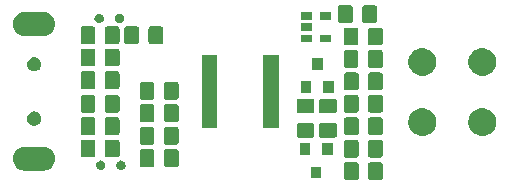
<source format=gbr>
G04 #@! TF.GenerationSoftware,KiCad,Pcbnew,(5.1.4)-1*
G04 #@! TF.CreationDate,2020-10-02T20:13:28+02:00*
G04 #@! TF.ProjectId,Long range deauther,4c6f6e67-2072-4616-9e67-652064656175,rev?*
G04 #@! TF.SameCoordinates,Original*
G04 #@! TF.FileFunction,Soldermask,Bot*
G04 #@! TF.FilePolarity,Negative*
%FSLAX46Y46*%
G04 Gerber Fmt 4.6, Leading zero omitted, Abs format (unit mm)*
G04 Created by KiCad (PCBNEW (5.1.4)-1) date 2020-10-02 20:13:28*
%MOMM*%
%LPD*%
G04 APERTURE LIST*
%ADD10C,0.100000*%
G04 APERTURE END LIST*
D10*
G36*
X157948674Y-88963465D02*
G01*
X157986367Y-88974899D01*
X158021103Y-88993466D01*
X158051548Y-89018452D01*
X158076534Y-89048897D01*
X158095101Y-89083633D01*
X158106535Y-89121326D01*
X158111000Y-89166661D01*
X158111000Y-90253339D01*
X158106535Y-90298674D01*
X158095101Y-90336367D01*
X158076534Y-90371103D01*
X158051548Y-90401548D01*
X158021103Y-90426534D01*
X157986367Y-90445101D01*
X157948674Y-90456535D01*
X157903339Y-90461000D01*
X157066661Y-90461000D01*
X157021326Y-90456535D01*
X156983633Y-90445101D01*
X156948897Y-90426534D01*
X156918452Y-90401548D01*
X156893466Y-90371103D01*
X156874899Y-90336367D01*
X156863465Y-90298674D01*
X156859000Y-90253339D01*
X156859000Y-89166661D01*
X156863465Y-89121326D01*
X156874899Y-89083633D01*
X156893466Y-89048897D01*
X156918452Y-89018452D01*
X156948897Y-88993466D01*
X156983633Y-88974899D01*
X157021326Y-88963465D01*
X157066661Y-88959000D01*
X157903339Y-88959000D01*
X157948674Y-88963465D01*
X157948674Y-88963465D01*
G37*
G36*
X155898674Y-88963465D02*
G01*
X155936367Y-88974899D01*
X155971103Y-88993466D01*
X156001548Y-89018452D01*
X156026534Y-89048897D01*
X156045101Y-89083633D01*
X156056535Y-89121326D01*
X156061000Y-89166661D01*
X156061000Y-90253339D01*
X156056535Y-90298674D01*
X156045101Y-90336367D01*
X156026534Y-90371103D01*
X156001548Y-90401548D01*
X155971103Y-90426534D01*
X155936367Y-90445101D01*
X155898674Y-90456535D01*
X155853339Y-90461000D01*
X155016661Y-90461000D01*
X154971326Y-90456535D01*
X154933633Y-90445101D01*
X154898897Y-90426534D01*
X154868452Y-90401548D01*
X154843466Y-90371103D01*
X154824899Y-90336367D01*
X154813465Y-90298674D01*
X154809000Y-90253339D01*
X154809000Y-89166661D01*
X154813465Y-89121326D01*
X154824899Y-89083633D01*
X154843466Y-89048897D01*
X154868452Y-89018452D01*
X154898897Y-88993466D01*
X154933633Y-88974899D01*
X154971326Y-88963465D01*
X155016661Y-88959000D01*
X155853339Y-88959000D01*
X155898674Y-88963465D01*
X155898674Y-88963465D01*
G37*
G36*
X152911000Y-90321000D02*
G01*
X152009000Y-90321000D01*
X152009000Y-89319000D01*
X152911000Y-89319000D01*
X152911000Y-90321000D01*
X152911000Y-90321000D01*
G37*
G36*
X129577468Y-87669883D02*
G01*
X129766162Y-87727123D01*
X129940055Y-87820071D01*
X130092479Y-87945161D01*
X130217569Y-88097585D01*
X130310517Y-88271478D01*
X130367757Y-88460172D01*
X130387083Y-88656400D01*
X130367757Y-88852628D01*
X130310517Y-89041322D01*
X130217569Y-89215215D01*
X130092479Y-89367639D01*
X129940055Y-89492729D01*
X129766162Y-89585677D01*
X129577468Y-89642917D01*
X129430415Y-89657400D01*
X127732065Y-89657400D01*
X127585012Y-89642917D01*
X127396318Y-89585677D01*
X127222425Y-89492729D01*
X127070001Y-89367639D01*
X126944911Y-89215215D01*
X126851963Y-89041322D01*
X126794723Y-88852628D01*
X126775397Y-88656400D01*
X126794723Y-88460172D01*
X126851963Y-88271478D01*
X126944911Y-88097585D01*
X127070001Y-87945161D01*
X127222425Y-87820071D01*
X127396318Y-87727123D01*
X127585012Y-87669883D01*
X127732065Y-87655400D01*
X129430415Y-87655400D01*
X129577468Y-87669883D01*
X129577468Y-87669883D01*
G37*
G36*
X134308231Y-88816705D02*
G01*
X134346967Y-88824410D01*
X134377195Y-88836931D01*
X134419944Y-88854638D01*
X134485622Y-88898523D01*
X134541477Y-88954378D01*
X134585362Y-89020056D01*
X134597308Y-89048897D01*
X134613848Y-89088827D01*
X134615590Y-89093034D01*
X134630236Y-89166661D01*
X134631000Y-89170505D01*
X134631000Y-89249495D01*
X134615590Y-89326967D01*
X134603659Y-89355770D01*
X134585362Y-89399944D01*
X134541477Y-89465622D01*
X134485622Y-89521477D01*
X134419944Y-89565362D01*
X134377195Y-89583069D01*
X134346967Y-89595590D01*
X134308231Y-89603295D01*
X134269496Y-89611000D01*
X134190504Y-89611000D01*
X134151769Y-89603295D01*
X134113033Y-89595590D01*
X134082805Y-89583069D01*
X134040056Y-89565362D01*
X133974378Y-89521477D01*
X133918523Y-89465622D01*
X133874638Y-89399944D01*
X133856341Y-89355770D01*
X133844410Y-89326967D01*
X133829000Y-89249495D01*
X133829000Y-89170505D01*
X133829765Y-89166661D01*
X133844410Y-89093034D01*
X133846153Y-89088827D01*
X133862692Y-89048897D01*
X133874638Y-89020056D01*
X133918523Y-88954378D01*
X133974378Y-88898523D01*
X134040056Y-88854638D01*
X134082805Y-88836931D01*
X134113033Y-88824410D01*
X134151769Y-88816705D01*
X134190504Y-88809000D01*
X134269496Y-88809000D01*
X134308231Y-88816705D01*
X134308231Y-88816705D01*
G37*
G36*
X136008231Y-88816705D02*
G01*
X136046967Y-88824410D01*
X136077195Y-88836931D01*
X136119944Y-88854638D01*
X136185622Y-88898523D01*
X136241477Y-88954378D01*
X136285362Y-89020056D01*
X136297308Y-89048897D01*
X136313848Y-89088827D01*
X136315590Y-89093034D01*
X136330236Y-89166661D01*
X136331000Y-89170505D01*
X136331000Y-89249495D01*
X136315590Y-89326967D01*
X136303659Y-89355770D01*
X136285362Y-89399944D01*
X136241477Y-89465622D01*
X136185622Y-89521477D01*
X136119944Y-89565362D01*
X136077195Y-89583069D01*
X136046967Y-89595590D01*
X136008231Y-89603295D01*
X135969496Y-89611000D01*
X135890504Y-89611000D01*
X135851769Y-89603295D01*
X135813033Y-89595590D01*
X135782805Y-89583069D01*
X135740056Y-89565362D01*
X135674378Y-89521477D01*
X135618523Y-89465622D01*
X135574638Y-89399944D01*
X135556341Y-89355770D01*
X135544410Y-89326967D01*
X135529000Y-89249495D01*
X135529000Y-89170505D01*
X135529765Y-89166661D01*
X135544410Y-89093034D01*
X135546153Y-89088827D01*
X135562692Y-89048897D01*
X135574638Y-89020056D01*
X135618523Y-88954378D01*
X135674378Y-88898523D01*
X135740056Y-88854638D01*
X135782805Y-88836931D01*
X135813033Y-88824410D01*
X135851769Y-88816705D01*
X135890504Y-88809000D01*
X135969496Y-88809000D01*
X136008231Y-88816705D01*
X136008231Y-88816705D01*
G37*
G36*
X140658674Y-87863465D02*
G01*
X140696367Y-87874899D01*
X140731103Y-87893466D01*
X140761548Y-87918452D01*
X140786534Y-87948897D01*
X140805101Y-87983633D01*
X140816535Y-88021326D01*
X140821000Y-88066661D01*
X140821000Y-89153339D01*
X140816535Y-89198674D01*
X140805101Y-89236367D01*
X140786534Y-89271103D01*
X140761548Y-89301548D01*
X140731103Y-89326534D01*
X140696367Y-89345101D01*
X140658674Y-89356535D01*
X140613339Y-89361000D01*
X139776661Y-89361000D01*
X139731326Y-89356535D01*
X139693633Y-89345101D01*
X139658897Y-89326534D01*
X139628452Y-89301548D01*
X139603466Y-89271103D01*
X139584899Y-89236367D01*
X139573465Y-89198674D01*
X139569000Y-89153339D01*
X139569000Y-88066661D01*
X139573465Y-88021326D01*
X139584899Y-87983633D01*
X139603466Y-87948897D01*
X139628452Y-87918452D01*
X139658897Y-87893466D01*
X139693633Y-87874899D01*
X139731326Y-87863465D01*
X139776661Y-87859000D01*
X140613339Y-87859000D01*
X140658674Y-87863465D01*
X140658674Y-87863465D01*
G37*
G36*
X138608674Y-87863465D02*
G01*
X138646367Y-87874899D01*
X138681103Y-87893466D01*
X138711548Y-87918452D01*
X138736534Y-87948897D01*
X138755101Y-87983633D01*
X138766535Y-88021326D01*
X138771000Y-88066661D01*
X138771000Y-89153339D01*
X138766535Y-89198674D01*
X138755101Y-89236367D01*
X138736534Y-89271103D01*
X138711548Y-89301548D01*
X138681103Y-89326534D01*
X138646367Y-89345101D01*
X138608674Y-89356535D01*
X138563339Y-89361000D01*
X137726661Y-89361000D01*
X137681326Y-89356535D01*
X137643633Y-89345101D01*
X137608897Y-89326534D01*
X137578452Y-89301548D01*
X137553466Y-89271103D01*
X137534899Y-89236367D01*
X137523465Y-89198674D01*
X137519000Y-89153339D01*
X137519000Y-88066661D01*
X137523465Y-88021326D01*
X137534899Y-87983633D01*
X137553466Y-87948897D01*
X137578452Y-87918452D01*
X137608897Y-87893466D01*
X137643633Y-87874899D01*
X137681326Y-87863465D01*
X137726661Y-87859000D01*
X138563339Y-87859000D01*
X138608674Y-87863465D01*
X138608674Y-87863465D01*
G37*
G36*
X157948674Y-87063465D02*
G01*
X157986367Y-87074899D01*
X158021103Y-87093466D01*
X158051548Y-87118452D01*
X158076534Y-87148897D01*
X158095101Y-87183633D01*
X158106535Y-87221326D01*
X158111000Y-87266661D01*
X158111000Y-88353339D01*
X158106535Y-88398674D01*
X158095101Y-88436367D01*
X158076534Y-88471103D01*
X158051548Y-88501548D01*
X158021103Y-88526534D01*
X157986367Y-88545101D01*
X157948674Y-88556535D01*
X157903339Y-88561000D01*
X157066661Y-88561000D01*
X157021326Y-88556535D01*
X156983633Y-88545101D01*
X156948897Y-88526534D01*
X156918452Y-88501548D01*
X156893466Y-88471103D01*
X156874899Y-88436367D01*
X156863465Y-88398674D01*
X156859000Y-88353339D01*
X156859000Y-87266661D01*
X156863465Y-87221326D01*
X156874899Y-87183633D01*
X156893466Y-87148897D01*
X156918452Y-87118452D01*
X156948897Y-87093466D01*
X156983633Y-87074899D01*
X157021326Y-87063465D01*
X157066661Y-87059000D01*
X157903339Y-87059000D01*
X157948674Y-87063465D01*
X157948674Y-87063465D01*
G37*
G36*
X155898674Y-87063465D02*
G01*
X155936367Y-87074899D01*
X155971103Y-87093466D01*
X156001548Y-87118452D01*
X156026534Y-87148897D01*
X156045101Y-87183633D01*
X156056535Y-87221326D01*
X156061000Y-87266661D01*
X156061000Y-88353339D01*
X156056535Y-88398674D01*
X156045101Y-88436367D01*
X156026534Y-88471103D01*
X156001548Y-88501548D01*
X155971103Y-88526534D01*
X155936367Y-88545101D01*
X155898674Y-88556535D01*
X155853339Y-88561000D01*
X155016661Y-88561000D01*
X154971326Y-88556535D01*
X154933633Y-88545101D01*
X154898897Y-88526534D01*
X154868452Y-88501548D01*
X154843466Y-88471103D01*
X154824899Y-88436367D01*
X154813465Y-88398674D01*
X154809000Y-88353339D01*
X154809000Y-87266661D01*
X154813465Y-87221326D01*
X154824899Y-87183633D01*
X154843466Y-87148897D01*
X154868452Y-87118452D01*
X154898897Y-87093466D01*
X154933633Y-87074899D01*
X154971326Y-87063465D01*
X155016661Y-87059000D01*
X155853339Y-87059000D01*
X155898674Y-87063465D01*
X155898674Y-87063465D01*
G37*
G36*
X133608674Y-87053465D02*
G01*
X133646367Y-87064899D01*
X133681103Y-87083466D01*
X133711548Y-87108452D01*
X133736534Y-87138897D01*
X133755101Y-87173633D01*
X133766535Y-87211326D01*
X133771000Y-87256661D01*
X133771000Y-88343339D01*
X133766535Y-88388674D01*
X133755101Y-88426367D01*
X133736534Y-88461103D01*
X133711548Y-88491548D01*
X133681103Y-88516534D01*
X133646367Y-88535101D01*
X133608674Y-88546535D01*
X133563339Y-88551000D01*
X132726661Y-88551000D01*
X132681326Y-88546535D01*
X132643633Y-88535101D01*
X132608897Y-88516534D01*
X132578452Y-88491548D01*
X132553466Y-88461103D01*
X132534899Y-88426367D01*
X132523465Y-88388674D01*
X132519000Y-88343339D01*
X132519000Y-87256661D01*
X132523465Y-87211326D01*
X132534899Y-87173633D01*
X132553466Y-87138897D01*
X132578452Y-87108452D01*
X132608897Y-87083466D01*
X132643633Y-87064899D01*
X132681326Y-87053465D01*
X132726661Y-87049000D01*
X133563339Y-87049000D01*
X133608674Y-87053465D01*
X133608674Y-87053465D01*
G37*
G36*
X135658674Y-87053465D02*
G01*
X135696367Y-87064899D01*
X135731103Y-87083466D01*
X135761548Y-87108452D01*
X135786534Y-87138897D01*
X135805101Y-87173633D01*
X135816535Y-87211326D01*
X135821000Y-87256661D01*
X135821000Y-88343339D01*
X135816535Y-88388674D01*
X135805101Y-88426367D01*
X135786534Y-88461103D01*
X135761548Y-88491548D01*
X135731103Y-88516534D01*
X135696367Y-88535101D01*
X135658674Y-88546535D01*
X135613339Y-88551000D01*
X134776661Y-88551000D01*
X134731326Y-88546535D01*
X134693633Y-88535101D01*
X134658897Y-88516534D01*
X134628452Y-88491548D01*
X134603466Y-88461103D01*
X134584899Y-88426367D01*
X134573465Y-88388674D01*
X134569000Y-88343339D01*
X134569000Y-87256661D01*
X134573465Y-87211326D01*
X134584899Y-87173633D01*
X134603466Y-87138897D01*
X134628452Y-87108452D01*
X134658897Y-87083466D01*
X134693633Y-87064899D01*
X134731326Y-87053465D01*
X134776661Y-87049000D01*
X135613339Y-87049000D01*
X135658674Y-87053465D01*
X135658674Y-87053465D01*
G37*
G36*
X151961000Y-88321000D02*
G01*
X151059000Y-88321000D01*
X151059000Y-87319000D01*
X151961000Y-87319000D01*
X151961000Y-88321000D01*
X151961000Y-88321000D01*
G37*
G36*
X153861000Y-88321000D02*
G01*
X152959000Y-88321000D01*
X152959000Y-87319000D01*
X153861000Y-87319000D01*
X153861000Y-88321000D01*
X153861000Y-88321000D01*
G37*
G36*
X140658674Y-85963465D02*
G01*
X140696367Y-85974899D01*
X140731103Y-85993466D01*
X140761548Y-86018452D01*
X140786534Y-86048897D01*
X140805101Y-86083633D01*
X140816535Y-86121326D01*
X140821000Y-86166661D01*
X140821000Y-87253339D01*
X140816535Y-87298674D01*
X140805101Y-87336367D01*
X140786534Y-87371103D01*
X140761548Y-87401548D01*
X140731103Y-87426534D01*
X140696367Y-87445101D01*
X140658674Y-87456535D01*
X140613339Y-87461000D01*
X139776661Y-87461000D01*
X139731326Y-87456535D01*
X139693633Y-87445101D01*
X139658897Y-87426534D01*
X139628452Y-87401548D01*
X139603466Y-87371103D01*
X139584899Y-87336367D01*
X139573465Y-87298674D01*
X139569000Y-87253339D01*
X139569000Y-86166661D01*
X139573465Y-86121326D01*
X139584899Y-86083633D01*
X139603466Y-86048897D01*
X139628452Y-86018452D01*
X139658897Y-85993466D01*
X139693633Y-85974899D01*
X139731326Y-85963465D01*
X139776661Y-85959000D01*
X140613339Y-85959000D01*
X140658674Y-85963465D01*
X140658674Y-85963465D01*
G37*
G36*
X138608674Y-85963465D02*
G01*
X138646367Y-85974899D01*
X138681103Y-85993466D01*
X138711548Y-86018452D01*
X138736534Y-86048897D01*
X138755101Y-86083633D01*
X138766535Y-86121326D01*
X138771000Y-86166661D01*
X138771000Y-87253339D01*
X138766535Y-87298674D01*
X138755101Y-87336367D01*
X138736534Y-87371103D01*
X138711548Y-87401548D01*
X138681103Y-87426534D01*
X138646367Y-87445101D01*
X138608674Y-87456535D01*
X138563339Y-87461000D01*
X137726661Y-87461000D01*
X137681326Y-87456535D01*
X137643633Y-87445101D01*
X137608897Y-87426534D01*
X137578452Y-87401548D01*
X137553466Y-87371103D01*
X137534899Y-87336367D01*
X137523465Y-87298674D01*
X137519000Y-87253339D01*
X137519000Y-86166661D01*
X137523465Y-86121326D01*
X137534899Y-86083633D01*
X137553466Y-86048897D01*
X137578452Y-86018452D01*
X137608897Y-85993466D01*
X137643633Y-85974899D01*
X137681326Y-85963465D01*
X137726661Y-85959000D01*
X138563339Y-85959000D01*
X138608674Y-85963465D01*
X138608674Y-85963465D01*
G37*
G36*
X154048674Y-85623465D02*
G01*
X154086367Y-85634899D01*
X154121103Y-85653466D01*
X154151548Y-85678452D01*
X154176534Y-85708897D01*
X154195101Y-85743633D01*
X154206535Y-85781326D01*
X154211000Y-85826661D01*
X154211000Y-86663339D01*
X154206535Y-86708674D01*
X154195101Y-86746367D01*
X154176534Y-86781103D01*
X154151548Y-86811548D01*
X154121103Y-86836534D01*
X154086367Y-86855101D01*
X154048674Y-86866535D01*
X154003339Y-86871000D01*
X152916661Y-86871000D01*
X152871326Y-86866535D01*
X152833633Y-86855101D01*
X152798897Y-86836534D01*
X152768452Y-86811548D01*
X152743466Y-86781103D01*
X152724899Y-86746367D01*
X152713465Y-86708674D01*
X152709000Y-86663339D01*
X152709000Y-85826661D01*
X152713465Y-85781326D01*
X152724899Y-85743633D01*
X152743466Y-85708897D01*
X152768452Y-85678452D01*
X152798897Y-85653466D01*
X152833633Y-85634899D01*
X152871326Y-85623465D01*
X152916661Y-85619000D01*
X154003339Y-85619000D01*
X154048674Y-85623465D01*
X154048674Y-85623465D01*
G37*
G36*
X152148674Y-85623465D02*
G01*
X152186367Y-85634899D01*
X152221103Y-85653466D01*
X152251548Y-85678452D01*
X152276534Y-85708897D01*
X152295101Y-85743633D01*
X152306535Y-85781326D01*
X152311000Y-85826661D01*
X152311000Y-86663339D01*
X152306535Y-86708674D01*
X152295101Y-86746367D01*
X152276534Y-86781103D01*
X152251548Y-86811548D01*
X152221103Y-86836534D01*
X152186367Y-86855101D01*
X152148674Y-86866535D01*
X152103339Y-86871000D01*
X151016661Y-86871000D01*
X150971326Y-86866535D01*
X150933633Y-86855101D01*
X150898897Y-86836534D01*
X150868452Y-86811548D01*
X150843466Y-86781103D01*
X150824899Y-86746367D01*
X150813465Y-86708674D01*
X150809000Y-86663339D01*
X150809000Y-85826661D01*
X150813465Y-85781326D01*
X150824899Y-85743633D01*
X150843466Y-85708897D01*
X150868452Y-85678452D01*
X150898897Y-85653466D01*
X150933633Y-85634899D01*
X150971326Y-85623465D01*
X151016661Y-85619000D01*
X152103339Y-85619000D01*
X152148674Y-85623465D01*
X152148674Y-85623465D01*
G37*
G36*
X161645560Y-84393064D02*
G01*
X161797027Y-84423193D01*
X162011045Y-84511842D01*
X162011046Y-84511843D01*
X162203654Y-84640539D01*
X162367461Y-84804346D01*
X162383600Y-84828500D01*
X162496158Y-84996955D01*
X162584807Y-85210973D01*
X162608866Y-85331925D01*
X162628608Y-85431173D01*
X162630000Y-85438174D01*
X162630000Y-85669826D01*
X162584807Y-85897027D01*
X162496158Y-86111045D01*
X162496157Y-86111046D01*
X162367461Y-86303654D01*
X162203654Y-86467461D01*
X162100528Y-86536367D01*
X162011045Y-86596158D01*
X161797027Y-86684807D01*
X161677039Y-86708674D01*
X161569827Y-86730000D01*
X161338173Y-86730000D01*
X161230961Y-86708674D01*
X161110973Y-86684807D01*
X160896955Y-86596158D01*
X160807472Y-86536367D01*
X160704346Y-86467461D01*
X160540539Y-86303654D01*
X160411843Y-86111046D01*
X160411842Y-86111045D01*
X160323193Y-85897027D01*
X160278000Y-85669826D01*
X160278000Y-85438174D01*
X160279393Y-85431173D01*
X160299134Y-85331925D01*
X160323193Y-85210973D01*
X160411842Y-84996955D01*
X160524400Y-84828500D01*
X160540539Y-84804346D01*
X160704346Y-84640539D01*
X160896954Y-84511843D01*
X160896955Y-84511842D01*
X161110973Y-84423193D01*
X161262440Y-84393064D01*
X161338173Y-84378000D01*
X161569827Y-84378000D01*
X161645560Y-84393064D01*
X161645560Y-84393064D01*
G37*
G36*
X166725560Y-84393064D02*
G01*
X166877027Y-84423193D01*
X167091045Y-84511842D01*
X167091046Y-84511843D01*
X167283654Y-84640539D01*
X167447461Y-84804346D01*
X167463600Y-84828500D01*
X167576158Y-84996955D01*
X167664807Y-85210973D01*
X167688866Y-85331925D01*
X167708608Y-85431173D01*
X167710000Y-85438174D01*
X167710000Y-85669826D01*
X167664807Y-85897027D01*
X167576158Y-86111045D01*
X167576157Y-86111046D01*
X167447461Y-86303654D01*
X167283654Y-86467461D01*
X167180528Y-86536367D01*
X167091045Y-86596158D01*
X166877027Y-86684807D01*
X166757039Y-86708674D01*
X166649827Y-86730000D01*
X166418173Y-86730000D01*
X166310961Y-86708674D01*
X166190973Y-86684807D01*
X165976955Y-86596158D01*
X165887472Y-86536367D01*
X165784346Y-86467461D01*
X165620539Y-86303654D01*
X165491843Y-86111046D01*
X165491842Y-86111045D01*
X165403193Y-85897027D01*
X165358000Y-85669826D01*
X165358000Y-85438174D01*
X165359393Y-85431173D01*
X165379134Y-85331925D01*
X165403193Y-85210973D01*
X165491842Y-84996955D01*
X165604400Y-84828500D01*
X165620539Y-84804346D01*
X165784346Y-84640539D01*
X165976954Y-84511843D01*
X165976955Y-84511842D01*
X166190973Y-84423193D01*
X166342440Y-84393064D01*
X166418173Y-84378000D01*
X166649827Y-84378000D01*
X166725560Y-84393064D01*
X166725560Y-84393064D01*
G37*
G36*
X157948674Y-85163465D02*
G01*
X157986367Y-85174899D01*
X158021103Y-85193466D01*
X158051548Y-85218452D01*
X158076534Y-85248897D01*
X158095101Y-85283633D01*
X158106535Y-85321326D01*
X158111000Y-85366661D01*
X158111000Y-86453339D01*
X158106535Y-86498674D01*
X158095101Y-86536367D01*
X158076534Y-86571103D01*
X158051548Y-86601548D01*
X158021103Y-86626534D01*
X157986367Y-86645101D01*
X157948674Y-86656535D01*
X157903339Y-86661000D01*
X157066661Y-86661000D01*
X157021326Y-86656535D01*
X156983633Y-86645101D01*
X156948897Y-86626534D01*
X156918452Y-86601548D01*
X156893466Y-86571103D01*
X156874899Y-86536367D01*
X156863465Y-86498674D01*
X156859000Y-86453339D01*
X156859000Y-85366661D01*
X156863465Y-85321326D01*
X156874899Y-85283633D01*
X156893466Y-85248897D01*
X156918452Y-85218452D01*
X156948897Y-85193466D01*
X156983633Y-85174899D01*
X157021326Y-85163465D01*
X157066661Y-85159000D01*
X157903339Y-85159000D01*
X157948674Y-85163465D01*
X157948674Y-85163465D01*
G37*
G36*
X155898674Y-85163465D02*
G01*
X155936367Y-85174899D01*
X155971103Y-85193466D01*
X156001548Y-85218452D01*
X156026534Y-85248897D01*
X156045101Y-85283633D01*
X156056535Y-85321326D01*
X156061000Y-85366661D01*
X156061000Y-86453339D01*
X156056535Y-86498674D01*
X156045101Y-86536367D01*
X156026534Y-86571103D01*
X156001548Y-86601548D01*
X155971103Y-86626534D01*
X155936367Y-86645101D01*
X155898674Y-86656535D01*
X155853339Y-86661000D01*
X155016661Y-86661000D01*
X154971326Y-86656535D01*
X154933633Y-86645101D01*
X154898897Y-86626534D01*
X154868452Y-86601548D01*
X154843466Y-86571103D01*
X154824899Y-86536367D01*
X154813465Y-86498674D01*
X154809000Y-86453339D01*
X154809000Y-85366661D01*
X154813465Y-85321326D01*
X154824899Y-85283633D01*
X154843466Y-85248897D01*
X154868452Y-85218452D01*
X154898897Y-85193466D01*
X154933633Y-85174899D01*
X154971326Y-85163465D01*
X155016661Y-85159000D01*
X155853339Y-85159000D01*
X155898674Y-85163465D01*
X155898674Y-85163465D01*
G37*
G36*
X135658674Y-85153465D02*
G01*
X135696367Y-85164899D01*
X135731103Y-85183466D01*
X135761548Y-85208452D01*
X135786534Y-85238897D01*
X135805101Y-85273633D01*
X135816535Y-85311326D01*
X135821000Y-85356661D01*
X135821000Y-86443339D01*
X135816535Y-86488674D01*
X135805101Y-86526367D01*
X135786534Y-86561103D01*
X135761548Y-86591548D01*
X135731103Y-86616534D01*
X135696367Y-86635101D01*
X135658674Y-86646535D01*
X135613339Y-86651000D01*
X134776661Y-86651000D01*
X134731326Y-86646535D01*
X134693633Y-86635101D01*
X134658897Y-86616534D01*
X134628452Y-86591548D01*
X134603466Y-86561103D01*
X134584899Y-86526367D01*
X134573465Y-86488674D01*
X134569000Y-86443339D01*
X134569000Y-85356661D01*
X134573465Y-85311326D01*
X134584899Y-85273633D01*
X134603466Y-85238897D01*
X134628452Y-85208452D01*
X134658897Y-85183466D01*
X134693633Y-85164899D01*
X134731326Y-85153465D01*
X134776661Y-85149000D01*
X135613339Y-85149000D01*
X135658674Y-85153465D01*
X135658674Y-85153465D01*
G37*
G36*
X133608674Y-85153465D02*
G01*
X133646367Y-85164899D01*
X133681103Y-85183466D01*
X133711548Y-85208452D01*
X133736534Y-85238897D01*
X133755101Y-85273633D01*
X133766535Y-85311326D01*
X133771000Y-85356661D01*
X133771000Y-86443339D01*
X133766535Y-86488674D01*
X133755101Y-86526367D01*
X133736534Y-86561103D01*
X133711548Y-86591548D01*
X133681103Y-86616534D01*
X133646367Y-86635101D01*
X133608674Y-86646535D01*
X133563339Y-86651000D01*
X132726661Y-86651000D01*
X132681326Y-86646535D01*
X132643633Y-86635101D01*
X132608897Y-86616534D01*
X132578452Y-86591548D01*
X132553466Y-86561103D01*
X132534899Y-86526367D01*
X132523465Y-86488674D01*
X132519000Y-86443339D01*
X132519000Y-85356661D01*
X132523465Y-85311326D01*
X132534899Y-85273633D01*
X132553466Y-85238897D01*
X132578452Y-85208452D01*
X132608897Y-85183466D01*
X132643633Y-85164899D01*
X132681326Y-85153465D01*
X132726661Y-85149000D01*
X133563339Y-85149000D01*
X133608674Y-85153465D01*
X133608674Y-85153465D01*
G37*
G36*
X144081000Y-86098500D02*
G01*
X142779000Y-86098500D01*
X142779000Y-79881500D01*
X144081000Y-79881500D01*
X144081000Y-86098500D01*
X144081000Y-86098500D01*
G37*
G36*
X149281000Y-86098500D02*
G01*
X147979000Y-86098500D01*
X147979000Y-79881500D01*
X149281000Y-79881500D01*
X149281000Y-86098500D01*
X149281000Y-86098500D01*
G37*
G36*
X128717841Y-84670797D02*
G01*
X128756545Y-84678496D01*
X128788055Y-84691548D01*
X128865920Y-84723800D01*
X128964355Y-84789573D01*
X129048067Y-84873285D01*
X129113840Y-84971720D01*
X129159144Y-85081096D01*
X129182240Y-85197205D01*
X129182240Y-85315595D01*
X129176721Y-85343339D01*
X129159476Y-85430038D01*
X129159144Y-85431704D01*
X129113840Y-85541080D01*
X129048067Y-85639515D01*
X128964355Y-85723227D01*
X128865920Y-85789000D01*
X128788580Y-85821035D01*
X128756545Y-85834304D01*
X128717841Y-85842003D01*
X128640435Y-85857400D01*
X128522045Y-85857400D01*
X128444639Y-85842003D01*
X128405935Y-85834304D01*
X128373900Y-85821035D01*
X128296560Y-85789000D01*
X128198125Y-85723227D01*
X128114413Y-85639515D01*
X128048640Y-85541080D01*
X128003336Y-85431704D01*
X128003005Y-85430038D01*
X127985759Y-85343339D01*
X127980240Y-85315595D01*
X127980240Y-85197205D01*
X128003336Y-85081096D01*
X128048640Y-84971720D01*
X128114413Y-84873285D01*
X128198125Y-84789573D01*
X128296560Y-84723800D01*
X128374425Y-84691548D01*
X128405935Y-84678496D01*
X128444639Y-84670797D01*
X128522045Y-84655400D01*
X128640435Y-84655400D01*
X128717841Y-84670797D01*
X128717841Y-84670797D01*
G37*
G36*
X140658674Y-84053465D02*
G01*
X140696367Y-84064899D01*
X140731103Y-84083466D01*
X140761548Y-84108452D01*
X140786534Y-84138897D01*
X140805101Y-84173633D01*
X140816535Y-84211326D01*
X140821000Y-84256661D01*
X140821000Y-85343339D01*
X140816535Y-85388674D01*
X140805101Y-85426367D01*
X140786534Y-85461103D01*
X140761548Y-85491548D01*
X140731103Y-85516534D01*
X140696367Y-85535101D01*
X140658674Y-85546535D01*
X140613339Y-85551000D01*
X139776661Y-85551000D01*
X139731326Y-85546535D01*
X139693633Y-85535101D01*
X139658897Y-85516534D01*
X139628452Y-85491548D01*
X139603466Y-85461103D01*
X139584899Y-85426367D01*
X139573465Y-85388674D01*
X139569000Y-85343339D01*
X139569000Y-84256661D01*
X139573465Y-84211326D01*
X139584899Y-84173633D01*
X139603466Y-84138897D01*
X139628452Y-84108452D01*
X139658897Y-84083466D01*
X139693633Y-84064899D01*
X139731326Y-84053465D01*
X139776661Y-84049000D01*
X140613339Y-84049000D01*
X140658674Y-84053465D01*
X140658674Y-84053465D01*
G37*
G36*
X138608674Y-84053465D02*
G01*
X138646367Y-84064899D01*
X138681103Y-84083466D01*
X138711548Y-84108452D01*
X138736534Y-84138897D01*
X138755101Y-84173633D01*
X138766535Y-84211326D01*
X138771000Y-84256661D01*
X138771000Y-85343339D01*
X138766535Y-85388674D01*
X138755101Y-85426367D01*
X138736534Y-85461103D01*
X138711548Y-85491548D01*
X138681103Y-85516534D01*
X138646367Y-85535101D01*
X138608674Y-85546535D01*
X138563339Y-85551000D01*
X137726661Y-85551000D01*
X137681326Y-85546535D01*
X137643633Y-85535101D01*
X137608897Y-85516534D01*
X137578452Y-85491548D01*
X137553466Y-85461103D01*
X137534899Y-85426367D01*
X137523465Y-85388674D01*
X137519000Y-85343339D01*
X137519000Y-84256661D01*
X137523465Y-84211326D01*
X137534899Y-84173633D01*
X137553466Y-84138897D01*
X137578452Y-84108452D01*
X137608897Y-84083466D01*
X137643633Y-84064899D01*
X137681326Y-84053465D01*
X137726661Y-84049000D01*
X138563339Y-84049000D01*
X138608674Y-84053465D01*
X138608674Y-84053465D01*
G37*
G36*
X154048674Y-83573465D02*
G01*
X154086367Y-83584899D01*
X154121103Y-83603466D01*
X154151548Y-83628452D01*
X154176534Y-83658897D01*
X154195101Y-83693633D01*
X154206535Y-83731326D01*
X154211000Y-83776661D01*
X154211000Y-84613339D01*
X154206535Y-84658674D01*
X154195101Y-84696367D01*
X154176534Y-84731103D01*
X154151548Y-84761548D01*
X154121103Y-84786534D01*
X154086367Y-84805101D01*
X154048674Y-84816535D01*
X154003339Y-84821000D01*
X152916661Y-84821000D01*
X152871326Y-84816535D01*
X152833633Y-84805101D01*
X152798897Y-84786534D01*
X152768452Y-84761548D01*
X152743466Y-84731103D01*
X152724899Y-84696367D01*
X152713465Y-84658674D01*
X152709000Y-84613339D01*
X152709000Y-83776661D01*
X152713465Y-83731326D01*
X152724899Y-83693633D01*
X152743466Y-83658897D01*
X152768452Y-83628452D01*
X152798897Y-83603466D01*
X152833633Y-83584899D01*
X152871326Y-83573465D01*
X152916661Y-83569000D01*
X154003339Y-83569000D01*
X154048674Y-83573465D01*
X154048674Y-83573465D01*
G37*
G36*
X152148674Y-83573465D02*
G01*
X152186367Y-83584899D01*
X152221103Y-83603466D01*
X152251548Y-83628452D01*
X152276534Y-83658897D01*
X152295101Y-83693633D01*
X152306535Y-83731326D01*
X152311000Y-83776661D01*
X152311000Y-84613339D01*
X152306535Y-84658674D01*
X152295101Y-84696367D01*
X152276534Y-84731103D01*
X152251548Y-84761548D01*
X152221103Y-84786534D01*
X152186367Y-84805101D01*
X152148674Y-84816535D01*
X152103339Y-84821000D01*
X151016661Y-84821000D01*
X150971326Y-84816535D01*
X150933633Y-84805101D01*
X150898897Y-84786534D01*
X150868452Y-84761548D01*
X150843466Y-84731103D01*
X150824899Y-84696367D01*
X150813465Y-84658674D01*
X150809000Y-84613339D01*
X150809000Y-83776661D01*
X150813465Y-83731326D01*
X150824899Y-83693633D01*
X150843466Y-83658897D01*
X150868452Y-83628452D01*
X150898897Y-83603466D01*
X150933633Y-83584899D01*
X150971326Y-83573465D01*
X151016661Y-83569000D01*
X152103339Y-83569000D01*
X152148674Y-83573465D01*
X152148674Y-83573465D01*
G37*
G36*
X157948674Y-83263465D02*
G01*
X157986367Y-83274899D01*
X158021103Y-83293466D01*
X158051548Y-83318452D01*
X158076534Y-83348897D01*
X158095101Y-83383633D01*
X158106535Y-83421326D01*
X158111000Y-83466661D01*
X158111000Y-84553339D01*
X158106535Y-84598674D01*
X158095101Y-84636367D01*
X158076534Y-84671103D01*
X158051548Y-84701548D01*
X158021103Y-84726534D01*
X157986367Y-84745101D01*
X157948674Y-84756535D01*
X157903339Y-84761000D01*
X157066661Y-84761000D01*
X157021326Y-84756535D01*
X156983633Y-84745101D01*
X156948897Y-84726534D01*
X156918452Y-84701548D01*
X156893466Y-84671103D01*
X156874899Y-84636367D01*
X156863465Y-84598674D01*
X156859000Y-84553339D01*
X156859000Y-83466661D01*
X156863465Y-83421326D01*
X156874899Y-83383633D01*
X156893466Y-83348897D01*
X156918452Y-83318452D01*
X156948897Y-83293466D01*
X156983633Y-83274899D01*
X157021326Y-83263465D01*
X157066661Y-83259000D01*
X157903339Y-83259000D01*
X157948674Y-83263465D01*
X157948674Y-83263465D01*
G37*
G36*
X155898674Y-83263465D02*
G01*
X155936367Y-83274899D01*
X155971103Y-83293466D01*
X156001548Y-83318452D01*
X156026534Y-83348897D01*
X156045101Y-83383633D01*
X156056535Y-83421326D01*
X156061000Y-83466661D01*
X156061000Y-84553339D01*
X156056535Y-84598674D01*
X156045101Y-84636367D01*
X156026534Y-84671103D01*
X156001548Y-84701548D01*
X155971103Y-84726534D01*
X155936367Y-84745101D01*
X155898674Y-84756535D01*
X155853339Y-84761000D01*
X155016661Y-84761000D01*
X154971326Y-84756535D01*
X154933633Y-84745101D01*
X154898897Y-84726534D01*
X154868452Y-84701548D01*
X154843466Y-84671103D01*
X154824899Y-84636367D01*
X154813465Y-84598674D01*
X154809000Y-84553339D01*
X154809000Y-83466661D01*
X154813465Y-83421326D01*
X154824899Y-83383633D01*
X154843466Y-83348897D01*
X154868452Y-83318452D01*
X154898897Y-83293466D01*
X154933633Y-83274899D01*
X154971326Y-83263465D01*
X155016661Y-83259000D01*
X155853339Y-83259000D01*
X155898674Y-83263465D01*
X155898674Y-83263465D01*
G37*
G36*
X135658674Y-83253465D02*
G01*
X135696367Y-83264899D01*
X135731103Y-83283466D01*
X135761548Y-83308452D01*
X135786534Y-83338897D01*
X135805101Y-83373633D01*
X135816535Y-83411326D01*
X135821000Y-83456661D01*
X135821000Y-84543339D01*
X135816535Y-84588674D01*
X135805101Y-84626367D01*
X135786534Y-84661103D01*
X135761548Y-84691548D01*
X135731103Y-84716534D01*
X135696367Y-84735101D01*
X135658674Y-84746535D01*
X135613339Y-84751000D01*
X134776661Y-84751000D01*
X134731326Y-84746535D01*
X134693633Y-84735101D01*
X134658897Y-84716534D01*
X134628452Y-84691548D01*
X134603466Y-84661103D01*
X134584899Y-84626367D01*
X134573465Y-84588674D01*
X134569000Y-84543339D01*
X134569000Y-83456661D01*
X134573465Y-83411326D01*
X134584899Y-83373633D01*
X134603466Y-83338897D01*
X134628452Y-83308452D01*
X134658897Y-83283466D01*
X134693633Y-83264899D01*
X134731326Y-83253465D01*
X134776661Y-83249000D01*
X135613339Y-83249000D01*
X135658674Y-83253465D01*
X135658674Y-83253465D01*
G37*
G36*
X133608674Y-83253465D02*
G01*
X133646367Y-83264899D01*
X133681103Y-83283466D01*
X133711548Y-83308452D01*
X133736534Y-83338897D01*
X133755101Y-83373633D01*
X133766535Y-83411326D01*
X133771000Y-83456661D01*
X133771000Y-84543339D01*
X133766535Y-84588674D01*
X133755101Y-84626367D01*
X133736534Y-84661103D01*
X133711548Y-84691548D01*
X133681103Y-84716534D01*
X133646367Y-84735101D01*
X133608674Y-84746535D01*
X133563339Y-84751000D01*
X132726661Y-84751000D01*
X132681326Y-84746535D01*
X132643633Y-84735101D01*
X132608897Y-84716534D01*
X132578452Y-84691548D01*
X132553466Y-84661103D01*
X132534899Y-84626367D01*
X132523465Y-84588674D01*
X132519000Y-84543339D01*
X132519000Y-83456661D01*
X132523465Y-83411326D01*
X132534899Y-83373633D01*
X132553466Y-83338897D01*
X132578452Y-83308452D01*
X132608897Y-83283466D01*
X132643633Y-83264899D01*
X132681326Y-83253465D01*
X132726661Y-83249000D01*
X133563339Y-83249000D01*
X133608674Y-83253465D01*
X133608674Y-83253465D01*
G37*
G36*
X140658674Y-82153465D02*
G01*
X140696367Y-82164899D01*
X140731103Y-82183466D01*
X140761548Y-82208452D01*
X140786534Y-82238897D01*
X140805101Y-82273633D01*
X140816535Y-82311326D01*
X140821000Y-82356661D01*
X140821000Y-83443339D01*
X140816535Y-83488674D01*
X140805101Y-83526367D01*
X140786534Y-83561103D01*
X140761548Y-83591548D01*
X140731103Y-83616534D01*
X140696367Y-83635101D01*
X140658674Y-83646535D01*
X140613339Y-83651000D01*
X139776661Y-83651000D01*
X139731326Y-83646535D01*
X139693633Y-83635101D01*
X139658897Y-83616534D01*
X139628452Y-83591548D01*
X139603466Y-83561103D01*
X139584899Y-83526367D01*
X139573465Y-83488674D01*
X139569000Y-83443339D01*
X139569000Y-82356661D01*
X139573465Y-82311326D01*
X139584899Y-82273633D01*
X139603466Y-82238897D01*
X139628452Y-82208452D01*
X139658897Y-82183466D01*
X139693633Y-82164899D01*
X139731326Y-82153465D01*
X139776661Y-82149000D01*
X140613339Y-82149000D01*
X140658674Y-82153465D01*
X140658674Y-82153465D01*
G37*
G36*
X138608674Y-82153465D02*
G01*
X138646367Y-82164899D01*
X138681103Y-82183466D01*
X138711548Y-82208452D01*
X138736534Y-82238897D01*
X138755101Y-82273633D01*
X138766535Y-82311326D01*
X138771000Y-82356661D01*
X138771000Y-83443339D01*
X138766535Y-83488674D01*
X138755101Y-83526367D01*
X138736534Y-83561103D01*
X138711548Y-83591548D01*
X138681103Y-83616534D01*
X138646367Y-83635101D01*
X138608674Y-83646535D01*
X138563339Y-83651000D01*
X137726661Y-83651000D01*
X137681326Y-83646535D01*
X137643633Y-83635101D01*
X137608897Y-83616534D01*
X137578452Y-83591548D01*
X137553466Y-83561103D01*
X137534899Y-83526367D01*
X137523465Y-83488674D01*
X137519000Y-83443339D01*
X137519000Y-82356661D01*
X137523465Y-82311326D01*
X137534899Y-82273633D01*
X137553466Y-82238897D01*
X137578452Y-82208452D01*
X137608897Y-82183466D01*
X137643633Y-82164899D01*
X137681326Y-82153465D01*
X137726661Y-82149000D01*
X138563339Y-82149000D01*
X138608674Y-82153465D01*
X138608674Y-82153465D01*
G37*
G36*
X152061000Y-83121000D02*
G01*
X151159000Y-83121000D01*
X151159000Y-82119000D01*
X152061000Y-82119000D01*
X152061000Y-83121000D01*
X152061000Y-83121000D01*
G37*
G36*
X153961000Y-83121000D02*
G01*
X153059000Y-83121000D01*
X153059000Y-82119000D01*
X153961000Y-82119000D01*
X153961000Y-83121000D01*
X153961000Y-83121000D01*
G37*
G36*
X155898674Y-81363465D02*
G01*
X155936367Y-81374899D01*
X155971103Y-81393466D01*
X156001548Y-81418452D01*
X156026534Y-81448897D01*
X156045101Y-81483633D01*
X156056535Y-81521326D01*
X156061000Y-81566661D01*
X156061000Y-82653339D01*
X156056535Y-82698674D01*
X156045101Y-82736367D01*
X156026534Y-82771103D01*
X156001548Y-82801548D01*
X155971103Y-82826534D01*
X155936367Y-82845101D01*
X155898674Y-82856535D01*
X155853339Y-82861000D01*
X155016661Y-82861000D01*
X154971326Y-82856535D01*
X154933633Y-82845101D01*
X154898897Y-82826534D01*
X154868452Y-82801548D01*
X154843466Y-82771103D01*
X154824899Y-82736367D01*
X154813465Y-82698674D01*
X154809000Y-82653339D01*
X154809000Y-81566661D01*
X154813465Y-81521326D01*
X154824899Y-81483633D01*
X154843466Y-81448897D01*
X154868452Y-81418452D01*
X154898897Y-81393466D01*
X154933633Y-81374899D01*
X154971326Y-81363465D01*
X155016661Y-81359000D01*
X155853339Y-81359000D01*
X155898674Y-81363465D01*
X155898674Y-81363465D01*
G37*
G36*
X157948674Y-81363465D02*
G01*
X157986367Y-81374899D01*
X158021103Y-81393466D01*
X158051548Y-81418452D01*
X158076534Y-81448897D01*
X158095101Y-81483633D01*
X158106535Y-81521326D01*
X158111000Y-81566661D01*
X158111000Y-82653339D01*
X158106535Y-82698674D01*
X158095101Y-82736367D01*
X158076534Y-82771103D01*
X158051548Y-82801548D01*
X158021103Y-82826534D01*
X157986367Y-82845101D01*
X157948674Y-82856535D01*
X157903339Y-82861000D01*
X157066661Y-82861000D01*
X157021326Y-82856535D01*
X156983633Y-82845101D01*
X156948897Y-82826534D01*
X156918452Y-82801548D01*
X156893466Y-82771103D01*
X156874899Y-82736367D01*
X156863465Y-82698674D01*
X156859000Y-82653339D01*
X156859000Y-81566661D01*
X156863465Y-81521326D01*
X156874899Y-81483633D01*
X156893466Y-81448897D01*
X156918452Y-81418452D01*
X156948897Y-81393466D01*
X156983633Y-81374899D01*
X157021326Y-81363465D01*
X157066661Y-81359000D01*
X157903339Y-81359000D01*
X157948674Y-81363465D01*
X157948674Y-81363465D01*
G37*
G36*
X133608674Y-81253465D02*
G01*
X133646367Y-81264899D01*
X133681103Y-81283466D01*
X133711548Y-81308452D01*
X133736534Y-81338897D01*
X133755101Y-81373633D01*
X133766535Y-81411326D01*
X133771000Y-81456661D01*
X133771000Y-82543339D01*
X133766535Y-82588674D01*
X133755101Y-82626367D01*
X133736534Y-82661103D01*
X133711548Y-82691548D01*
X133681103Y-82716534D01*
X133646367Y-82735101D01*
X133608674Y-82746535D01*
X133563339Y-82751000D01*
X132726661Y-82751000D01*
X132681326Y-82746535D01*
X132643633Y-82735101D01*
X132608897Y-82716534D01*
X132578452Y-82691548D01*
X132553466Y-82661103D01*
X132534899Y-82626367D01*
X132523465Y-82588674D01*
X132519000Y-82543339D01*
X132519000Y-81456661D01*
X132523465Y-81411326D01*
X132534899Y-81373633D01*
X132553466Y-81338897D01*
X132578452Y-81308452D01*
X132608897Y-81283466D01*
X132643633Y-81264899D01*
X132681326Y-81253465D01*
X132726661Y-81249000D01*
X133563339Y-81249000D01*
X133608674Y-81253465D01*
X133608674Y-81253465D01*
G37*
G36*
X135658674Y-81253465D02*
G01*
X135696367Y-81264899D01*
X135731103Y-81283466D01*
X135761548Y-81308452D01*
X135786534Y-81338897D01*
X135805101Y-81373633D01*
X135816535Y-81411326D01*
X135821000Y-81456661D01*
X135821000Y-82543339D01*
X135816535Y-82588674D01*
X135805101Y-82626367D01*
X135786534Y-82661103D01*
X135761548Y-82691548D01*
X135731103Y-82716534D01*
X135696367Y-82735101D01*
X135658674Y-82746535D01*
X135613339Y-82751000D01*
X134776661Y-82751000D01*
X134731326Y-82746535D01*
X134693633Y-82735101D01*
X134658897Y-82716534D01*
X134628452Y-82691548D01*
X134603466Y-82661103D01*
X134584899Y-82626367D01*
X134573465Y-82588674D01*
X134569000Y-82543339D01*
X134569000Y-81456661D01*
X134573465Y-81411326D01*
X134584899Y-81373633D01*
X134603466Y-81338897D01*
X134628452Y-81308452D01*
X134658897Y-81283466D01*
X134693633Y-81264899D01*
X134731326Y-81253465D01*
X134776661Y-81249000D01*
X135613339Y-81249000D01*
X135658674Y-81253465D01*
X135658674Y-81253465D01*
G37*
G36*
X166725560Y-79313064D02*
G01*
X166877027Y-79343193D01*
X167091045Y-79431842D01*
X167138372Y-79463465D01*
X167283654Y-79560539D01*
X167447461Y-79724346D01*
X167533258Y-79852751D01*
X167576158Y-79916955D01*
X167664807Y-80130973D01*
X167710000Y-80358174D01*
X167710000Y-80589826D01*
X167664807Y-80817027D01*
X167576158Y-81031045D01*
X167533258Y-81095249D01*
X167447461Y-81223654D01*
X167283654Y-81387461D01*
X167237272Y-81418452D01*
X167091045Y-81516158D01*
X166877027Y-81604807D01*
X166744476Y-81631173D01*
X166649827Y-81650000D01*
X166418173Y-81650000D01*
X166323524Y-81631173D01*
X166190973Y-81604807D01*
X165976955Y-81516158D01*
X165830728Y-81418452D01*
X165784346Y-81387461D01*
X165620539Y-81223654D01*
X165534742Y-81095249D01*
X165491842Y-81031045D01*
X165403193Y-80817027D01*
X165358000Y-80589826D01*
X165358000Y-80358174D01*
X165403193Y-80130973D01*
X165491842Y-79916955D01*
X165534742Y-79852751D01*
X165620539Y-79724346D01*
X165784346Y-79560539D01*
X165929628Y-79463465D01*
X165976955Y-79431842D01*
X166190973Y-79343193D01*
X166342440Y-79313064D01*
X166418173Y-79298000D01*
X166649827Y-79298000D01*
X166725560Y-79313064D01*
X166725560Y-79313064D01*
G37*
G36*
X161645560Y-79313064D02*
G01*
X161797027Y-79343193D01*
X162011045Y-79431842D01*
X162058372Y-79463465D01*
X162203654Y-79560539D01*
X162367461Y-79724346D01*
X162453258Y-79852751D01*
X162496158Y-79916955D01*
X162584807Y-80130973D01*
X162630000Y-80358174D01*
X162630000Y-80589826D01*
X162584807Y-80817027D01*
X162496158Y-81031045D01*
X162453258Y-81095249D01*
X162367461Y-81223654D01*
X162203654Y-81387461D01*
X162157272Y-81418452D01*
X162011045Y-81516158D01*
X161797027Y-81604807D01*
X161664476Y-81631173D01*
X161569827Y-81650000D01*
X161338173Y-81650000D01*
X161243524Y-81631173D01*
X161110973Y-81604807D01*
X160896955Y-81516158D01*
X160750728Y-81418452D01*
X160704346Y-81387461D01*
X160540539Y-81223654D01*
X160454742Y-81095249D01*
X160411842Y-81031045D01*
X160323193Y-80817027D01*
X160278000Y-80589826D01*
X160278000Y-80358174D01*
X160323193Y-80130973D01*
X160411842Y-79916955D01*
X160454742Y-79852751D01*
X160540539Y-79724346D01*
X160704346Y-79560539D01*
X160849628Y-79463465D01*
X160896955Y-79431842D01*
X161110973Y-79343193D01*
X161262440Y-79313064D01*
X161338173Y-79298000D01*
X161569827Y-79298000D01*
X161645560Y-79313064D01*
X161645560Y-79313064D01*
G37*
G36*
X128717841Y-80070797D02*
G01*
X128756545Y-80078496D01*
X128788580Y-80091765D01*
X128865920Y-80123800D01*
X128964355Y-80189573D01*
X129048067Y-80273285D01*
X129113840Y-80371720D01*
X129159144Y-80481096D01*
X129182240Y-80597205D01*
X129182240Y-80715595D01*
X129174732Y-80753339D01*
X129162064Y-80817027D01*
X129159144Y-80831704D01*
X129113840Y-80941080D01*
X129048067Y-81039515D01*
X128964355Y-81123227D01*
X128865920Y-81189000D01*
X128788580Y-81221035D01*
X128756545Y-81234304D01*
X128717841Y-81242003D01*
X128640435Y-81257400D01*
X128522045Y-81257400D01*
X128444639Y-81242003D01*
X128405935Y-81234304D01*
X128373900Y-81221035D01*
X128296560Y-81189000D01*
X128198125Y-81123227D01*
X128114413Y-81039515D01*
X128048640Y-80941080D01*
X128003336Y-80831704D01*
X128000417Y-80817027D01*
X127987748Y-80753339D01*
X127980240Y-80715595D01*
X127980240Y-80597205D01*
X128003336Y-80481096D01*
X128048640Y-80371720D01*
X128114413Y-80273285D01*
X128198125Y-80189573D01*
X128296560Y-80123800D01*
X128373900Y-80091765D01*
X128405935Y-80078496D01*
X128444639Y-80070797D01*
X128522045Y-80055400D01*
X128640435Y-80055400D01*
X128717841Y-80070797D01*
X128717841Y-80070797D01*
G37*
G36*
X153011000Y-81121000D02*
G01*
X152109000Y-81121000D01*
X152109000Y-80119000D01*
X153011000Y-80119000D01*
X153011000Y-81121000D01*
X153011000Y-81121000D01*
G37*
G36*
X155888674Y-79463465D02*
G01*
X155926367Y-79474899D01*
X155961103Y-79493466D01*
X155991548Y-79518452D01*
X156016534Y-79548897D01*
X156035101Y-79583633D01*
X156046535Y-79621326D01*
X156051000Y-79666661D01*
X156051000Y-80753339D01*
X156046535Y-80798674D01*
X156035101Y-80836367D01*
X156016534Y-80871103D01*
X155991548Y-80901548D01*
X155961103Y-80926534D01*
X155926367Y-80945101D01*
X155888674Y-80956535D01*
X155843339Y-80961000D01*
X155006661Y-80961000D01*
X154961326Y-80956535D01*
X154923633Y-80945101D01*
X154888897Y-80926534D01*
X154858452Y-80901548D01*
X154833466Y-80871103D01*
X154814899Y-80836367D01*
X154803465Y-80798674D01*
X154799000Y-80753339D01*
X154799000Y-79666661D01*
X154803465Y-79621326D01*
X154814899Y-79583633D01*
X154833466Y-79548897D01*
X154858452Y-79518452D01*
X154888897Y-79493466D01*
X154923633Y-79474899D01*
X154961326Y-79463465D01*
X155006661Y-79459000D01*
X155843339Y-79459000D01*
X155888674Y-79463465D01*
X155888674Y-79463465D01*
G37*
G36*
X157938674Y-79463465D02*
G01*
X157976367Y-79474899D01*
X158011103Y-79493466D01*
X158041548Y-79518452D01*
X158066534Y-79548897D01*
X158085101Y-79583633D01*
X158096535Y-79621326D01*
X158101000Y-79666661D01*
X158101000Y-80753339D01*
X158096535Y-80798674D01*
X158085101Y-80836367D01*
X158066534Y-80871103D01*
X158041548Y-80901548D01*
X158011103Y-80926534D01*
X157976367Y-80945101D01*
X157938674Y-80956535D01*
X157893339Y-80961000D01*
X157056661Y-80961000D01*
X157011326Y-80956535D01*
X156973633Y-80945101D01*
X156938897Y-80926534D01*
X156908452Y-80901548D01*
X156883466Y-80871103D01*
X156864899Y-80836367D01*
X156853465Y-80798674D01*
X156849000Y-80753339D01*
X156849000Y-79666661D01*
X156853465Y-79621326D01*
X156864899Y-79583633D01*
X156883466Y-79548897D01*
X156908452Y-79518452D01*
X156938897Y-79493466D01*
X156973633Y-79474899D01*
X157011326Y-79463465D01*
X157056661Y-79459000D01*
X157893339Y-79459000D01*
X157938674Y-79463465D01*
X157938674Y-79463465D01*
G37*
G36*
X133608674Y-79353465D02*
G01*
X133646367Y-79364899D01*
X133681103Y-79383466D01*
X133711548Y-79408452D01*
X133736534Y-79438897D01*
X133755101Y-79473633D01*
X133766535Y-79511326D01*
X133771000Y-79556661D01*
X133771000Y-80643339D01*
X133766535Y-80688674D01*
X133755101Y-80726367D01*
X133736534Y-80761103D01*
X133711548Y-80791548D01*
X133681103Y-80816534D01*
X133646367Y-80835101D01*
X133608674Y-80846535D01*
X133563339Y-80851000D01*
X132726661Y-80851000D01*
X132681326Y-80846535D01*
X132643633Y-80835101D01*
X132608897Y-80816534D01*
X132578452Y-80791548D01*
X132553466Y-80761103D01*
X132534899Y-80726367D01*
X132523465Y-80688674D01*
X132519000Y-80643339D01*
X132519000Y-79556661D01*
X132523465Y-79511326D01*
X132534899Y-79473633D01*
X132553466Y-79438897D01*
X132578452Y-79408452D01*
X132608897Y-79383466D01*
X132643633Y-79364899D01*
X132681326Y-79353465D01*
X132726661Y-79349000D01*
X133563339Y-79349000D01*
X133608674Y-79353465D01*
X133608674Y-79353465D01*
G37*
G36*
X135658674Y-79353465D02*
G01*
X135696367Y-79364899D01*
X135731103Y-79383466D01*
X135761548Y-79408452D01*
X135786534Y-79438897D01*
X135805101Y-79473633D01*
X135816535Y-79511326D01*
X135821000Y-79556661D01*
X135821000Y-80643339D01*
X135816535Y-80688674D01*
X135805101Y-80726367D01*
X135786534Y-80761103D01*
X135761548Y-80791548D01*
X135731103Y-80816534D01*
X135696367Y-80835101D01*
X135658674Y-80846535D01*
X135613339Y-80851000D01*
X134776661Y-80851000D01*
X134731326Y-80846535D01*
X134693633Y-80835101D01*
X134658897Y-80816534D01*
X134628452Y-80791548D01*
X134603466Y-80761103D01*
X134584899Y-80726367D01*
X134573465Y-80688674D01*
X134569000Y-80643339D01*
X134569000Y-79556661D01*
X134573465Y-79511326D01*
X134584899Y-79473633D01*
X134603466Y-79438897D01*
X134628452Y-79408452D01*
X134658897Y-79383466D01*
X134693633Y-79364899D01*
X134731326Y-79353465D01*
X134776661Y-79349000D01*
X135613339Y-79349000D01*
X135658674Y-79353465D01*
X135658674Y-79353465D01*
G37*
G36*
X155888674Y-77563465D02*
G01*
X155926367Y-77574899D01*
X155961103Y-77593466D01*
X155991548Y-77618452D01*
X156016534Y-77648897D01*
X156035101Y-77683633D01*
X156046535Y-77721326D01*
X156051000Y-77766661D01*
X156051000Y-78853339D01*
X156046535Y-78898674D01*
X156035101Y-78936367D01*
X156016534Y-78971103D01*
X155991548Y-79001548D01*
X155961103Y-79026534D01*
X155926367Y-79045101D01*
X155888674Y-79056535D01*
X155843339Y-79061000D01*
X155006661Y-79061000D01*
X154961326Y-79056535D01*
X154923633Y-79045101D01*
X154888897Y-79026534D01*
X154858452Y-79001548D01*
X154833466Y-78971103D01*
X154814899Y-78936367D01*
X154803465Y-78898674D01*
X154799000Y-78853339D01*
X154799000Y-77766661D01*
X154803465Y-77721326D01*
X154814899Y-77683633D01*
X154833466Y-77648897D01*
X154858452Y-77618452D01*
X154888897Y-77593466D01*
X154923633Y-77574899D01*
X154961326Y-77563465D01*
X155006661Y-77559000D01*
X155843339Y-77559000D01*
X155888674Y-77563465D01*
X155888674Y-77563465D01*
G37*
G36*
X157938674Y-77563465D02*
G01*
X157976367Y-77574899D01*
X158011103Y-77593466D01*
X158041548Y-77618452D01*
X158066534Y-77648897D01*
X158085101Y-77683633D01*
X158096535Y-77721326D01*
X158101000Y-77766661D01*
X158101000Y-78853339D01*
X158096535Y-78898674D01*
X158085101Y-78936367D01*
X158066534Y-78971103D01*
X158041548Y-79001548D01*
X158011103Y-79026534D01*
X157976367Y-79045101D01*
X157938674Y-79056535D01*
X157893339Y-79061000D01*
X157056661Y-79061000D01*
X157011326Y-79056535D01*
X156973633Y-79045101D01*
X156938897Y-79026534D01*
X156908452Y-79001548D01*
X156883466Y-78971103D01*
X156864899Y-78936367D01*
X156853465Y-78898674D01*
X156849000Y-78853339D01*
X156849000Y-77766661D01*
X156853465Y-77721326D01*
X156864899Y-77683633D01*
X156883466Y-77648897D01*
X156908452Y-77618452D01*
X156938897Y-77593466D01*
X156973633Y-77574899D01*
X157011326Y-77563465D01*
X157056661Y-77559000D01*
X157893339Y-77559000D01*
X157938674Y-77563465D01*
X157938674Y-77563465D01*
G37*
G36*
X135658674Y-77453465D02*
G01*
X135696367Y-77464899D01*
X135731103Y-77483466D01*
X135761548Y-77508452D01*
X135786534Y-77538897D01*
X135805101Y-77573633D01*
X135816535Y-77611326D01*
X135821000Y-77656661D01*
X135821000Y-78743339D01*
X135816535Y-78788674D01*
X135805101Y-78826367D01*
X135786534Y-78861103D01*
X135761548Y-78891548D01*
X135731103Y-78916534D01*
X135696367Y-78935101D01*
X135658674Y-78946535D01*
X135613339Y-78951000D01*
X134776661Y-78951000D01*
X134731326Y-78946535D01*
X134693633Y-78935101D01*
X134658897Y-78916534D01*
X134628452Y-78891548D01*
X134603466Y-78861103D01*
X134584899Y-78826367D01*
X134573465Y-78788674D01*
X134569000Y-78743339D01*
X134569000Y-77656661D01*
X134573465Y-77611326D01*
X134584899Y-77573633D01*
X134603466Y-77538897D01*
X134628452Y-77508452D01*
X134658897Y-77483466D01*
X134693633Y-77464899D01*
X134731326Y-77453465D01*
X134776661Y-77449000D01*
X135613339Y-77449000D01*
X135658674Y-77453465D01*
X135658674Y-77453465D01*
G37*
G36*
X137308674Y-77453465D02*
G01*
X137346367Y-77464899D01*
X137381103Y-77483466D01*
X137411548Y-77508452D01*
X137436534Y-77538897D01*
X137455101Y-77573633D01*
X137466535Y-77611326D01*
X137471000Y-77656661D01*
X137471000Y-78743339D01*
X137466535Y-78788674D01*
X137455101Y-78826367D01*
X137436534Y-78861103D01*
X137411548Y-78891548D01*
X137381103Y-78916534D01*
X137346367Y-78935101D01*
X137308674Y-78946535D01*
X137263339Y-78951000D01*
X136426661Y-78951000D01*
X136381326Y-78946535D01*
X136343633Y-78935101D01*
X136308897Y-78916534D01*
X136278452Y-78891548D01*
X136253466Y-78861103D01*
X136234899Y-78826367D01*
X136223465Y-78788674D01*
X136219000Y-78743339D01*
X136219000Y-77656661D01*
X136223465Y-77611326D01*
X136234899Y-77573633D01*
X136253466Y-77538897D01*
X136278452Y-77508452D01*
X136308897Y-77483466D01*
X136343633Y-77464899D01*
X136381326Y-77453465D01*
X136426661Y-77449000D01*
X137263339Y-77449000D01*
X137308674Y-77453465D01*
X137308674Y-77453465D01*
G37*
G36*
X139358674Y-77453465D02*
G01*
X139396367Y-77464899D01*
X139431103Y-77483466D01*
X139461548Y-77508452D01*
X139486534Y-77538897D01*
X139505101Y-77573633D01*
X139516535Y-77611326D01*
X139521000Y-77656661D01*
X139521000Y-78743339D01*
X139516535Y-78788674D01*
X139505101Y-78826367D01*
X139486534Y-78861103D01*
X139461548Y-78891548D01*
X139431103Y-78916534D01*
X139396367Y-78935101D01*
X139358674Y-78946535D01*
X139313339Y-78951000D01*
X138476661Y-78951000D01*
X138431326Y-78946535D01*
X138393633Y-78935101D01*
X138358897Y-78916534D01*
X138328452Y-78891548D01*
X138303466Y-78861103D01*
X138284899Y-78826367D01*
X138273465Y-78788674D01*
X138269000Y-78743339D01*
X138269000Y-77656661D01*
X138273465Y-77611326D01*
X138284899Y-77573633D01*
X138303466Y-77538897D01*
X138328452Y-77508452D01*
X138358897Y-77483466D01*
X138393633Y-77464899D01*
X138431326Y-77453465D01*
X138476661Y-77449000D01*
X139313339Y-77449000D01*
X139358674Y-77453465D01*
X139358674Y-77453465D01*
G37*
G36*
X133608674Y-77453465D02*
G01*
X133646367Y-77464899D01*
X133681103Y-77483466D01*
X133711548Y-77508452D01*
X133736534Y-77538897D01*
X133755101Y-77573633D01*
X133766535Y-77611326D01*
X133771000Y-77656661D01*
X133771000Y-78743339D01*
X133766535Y-78788674D01*
X133755101Y-78826367D01*
X133736534Y-78861103D01*
X133711548Y-78891548D01*
X133681103Y-78916534D01*
X133646367Y-78935101D01*
X133608674Y-78946535D01*
X133563339Y-78951000D01*
X132726661Y-78951000D01*
X132681326Y-78946535D01*
X132643633Y-78935101D01*
X132608897Y-78916534D01*
X132578452Y-78891548D01*
X132553466Y-78861103D01*
X132534899Y-78826367D01*
X132523465Y-78788674D01*
X132519000Y-78743339D01*
X132519000Y-77656661D01*
X132523465Y-77611326D01*
X132534899Y-77573633D01*
X132553466Y-77538897D01*
X132578452Y-77508452D01*
X132608897Y-77483466D01*
X132643633Y-77464899D01*
X132681326Y-77453465D01*
X132726661Y-77449000D01*
X133563339Y-77449000D01*
X133608674Y-77453465D01*
X133608674Y-77453465D01*
G37*
G36*
X152091000Y-78796000D02*
G01*
X151189000Y-78796000D01*
X151189000Y-78144000D01*
X152091000Y-78144000D01*
X152091000Y-78796000D01*
X152091000Y-78796000D01*
G37*
G36*
X153691000Y-78796000D02*
G01*
X152789000Y-78796000D01*
X152789000Y-78144000D01*
X153691000Y-78144000D01*
X153691000Y-78796000D01*
X153691000Y-78796000D01*
G37*
G36*
X129577468Y-76269883D02*
G01*
X129766162Y-76327123D01*
X129940055Y-76420071D01*
X130092479Y-76545161D01*
X130217569Y-76697585D01*
X130310517Y-76871478D01*
X130367757Y-77060172D01*
X130387083Y-77256400D01*
X130367757Y-77452628D01*
X130310517Y-77641322D01*
X130217569Y-77815215D01*
X130092479Y-77967639D01*
X129940055Y-78092729D01*
X129766162Y-78185677D01*
X129577468Y-78242917D01*
X129430415Y-78257400D01*
X127732065Y-78257400D01*
X127585012Y-78242917D01*
X127396318Y-78185677D01*
X127222425Y-78092729D01*
X127070001Y-77967639D01*
X126944911Y-77815215D01*
X126851963Y-77641322D01*
X126794723Y-77452628D01*
X126775397Y-77256400D01*
X126794723Y-77060172D01*
X126851963Y-76871478D01*
X126944911Y-76697585D01*
X127070001Y-76545161D01*
X127222425Y-76420071D01*
X127396318Y-76327123D01*
X127585012Y-76269883D01*
X127732065Y-76255400D01*
X129430415Y-76255400D01*
X129577468Y-76269883D01*
X129577468Y-76269883D01*
G37*
G36*
X152091000Y-77846000D02*
G01*
X151189000Y-77846000D01*
X151189000Y-77194000D01*
X152091000Y-77194000D01*
X152091000Y-77846000D01*
X152091000Y-77846000D01*
G37*
G36*
X134178231Y-76376705D02*
G01*
X134216967Y-76384410D01*
X134247195Y-76396931D01*
X134289944Y-76414638D01*
X134355622Y-76458523D01*
X134411477Y-76514378D01*
X134455362Y-76580056D01*
X134473069Y-76622805D01*
X134485590Y-76653033D01*
X134501000Y-76730505D01*
X134501000Y-76809495D01*
X134485590Y-76886967D01*
X134481848Y-76896000D01*
X134455362Y-76959944D01*
X134411477Y-77025622D01*
X134355622Y-77081477D01*
X134289944Y-77125362D01*
X134253923Y-77140282D01*
X134216967Y-77155590D01*
X134189769Y-77161000D01*
X134139496Y-77171000D01*
X134060504Y-77171000D01*
X134010231Y-77161000D01*
X133983033Y-77155590D01*
X133946077Y-77140282D01*
X133910056Y-77125362D01*
X133844378Y-77081477D01*
X133788523Y-77025622D01*
X133744638Y-76959944D01*
X133718152Y-76896000D01*
X133714410Y-76886967D01*
X133699000Y-76809495D01*
X133699000Y-76730505D01*
X133714410Y-76653033D01*
X133726931Y-76622805D01*
X133744638Y-76580056D01*
X133788523Y-76514378D01*
X133844378Y-76458523D01*
X133910056Y-76414638D01*
X133952805Y-76396931D01*
X133983033Y-76384410D01*
X134021769Y-76376705D01*
X134060504Y-76369000D01*
X134139496Y-76369000D01*
X134178231Y-76376705D01*
X134178231Y-76376705D01*
G37*
G36*
X135878231Y-76376705D02*
G01*
X135916967Y-76384410D01*
X135947195Y-76396931D01*
X135989944Y-76414638D01*
X136055622Y-76458523D01*
X136111477Y-76514378D01*
X136155362Y-76580056D01*
X136173069Y-76622805D01*
X136185590Y-76653033D01*
X136201000Y-76730505D01*
X136201000Y-76809495D01*
X136185590Y-76886967D01*
X136181848Y-76896000D01*
X136155362Y-76959944D01*
X136111477Y-77025622D01*
X136055622Y-77081477D01*
X135989944Y-77125362D01*
X135953923Y-77140282D01*
X135916967Y-77155590D01*
X135889769Y-77161000D01*
X135839496Y-77171000D01*
X135760504Y-77171000D01*
X135710231Y-77161000D01*
X135683033Y-77155590D01*
X135646077Y-77140282D01*
X135610056Y-77125362D01*
X135544378Y-77081477D01*
X135488523Y-77025622D01*
X135444638Y-76959944D01*
X135418152Y-76896000D01*
X135414410Y-76886967D01*
X135399000Y-76809495D01*
X135399000Y-76730505D01*
X135414410Y-76653033D01*
X135426931Y-76622805D01*
X135444638Y-76580056D01*
X135488523Y-76514378D01*
X135544378Y-76458523D01*
X135610056Y-76414638D01*
X135652805Y-76396931D01*
X135683033Y-76384410D01*
X135721769Y-76376705D01*
X135760504Y-76369000D01*
X135839496Y-76369000D01*
X135878231Y-76376705D01*
X135878231Y-76376705D01*
G37*
G36*
X157448674Y-75663465D02*
G01*
X157486367Y-75674899D01*
X157521103Y-75693466D01*
X157551548Y-75718452D01*
X157576534Y-75748897D01*
X157595101Y-75783633D01*
X157606535Y-75821326D01*
X157611000Y-75866661D01*
X157611000Y-76953339D01*
X157606535Y-76998674D01*
X157595101Y-77036367D01*
X157576534Y-77071103D01*
X157551548Y-77101548D01*
X157521103Y-77126534D01*
X157486367Y-77145101D01*
X157448674Y-77156535D01*
X157403339Y-77161000D01*
X156566661Y-77161000D01*
X156521326Y-77156535D01*
X156483633Y-77145101D01*
X156448897Y-77126534D01*
X156418452Y-77101548D01*
X156393466Y-77071103D01*
X156374899Y-77036367D01*
X156363465Y-76998674D01*
X156359000Y-76953339D01*
X156359000Y-75866661D01*
X156363465Y-75821326D01*
X156374899Y-75783633D01*
X156393466Y-75748897D01*
X156418452Y-75718452D01*
X156448897Y-75693466D01*
X156483633Y-75674899D01*
X156521326Y-75663465D01*
X156566661Y-75659000D01*
X157403339Y-75659000D01*
X157448674Y-75663465D01*
X157448674Y-75663465D01*
G37*
G36*
X155398674Y-75663465D02*
G01*
X155436367Y-75674899D01*
X155471103Y-75693466D01*
X155501548Y-75718452D01*
X155526534Y-75748897D01*
X155545101Y-75783633D01*
X155556535Y-75821326D01*
X155561000Y-75866661D01*
X155561000Y-76953339D01*
X155556535Y-76998674D01*
X155545101Y-77036367D01*
X155526534Y-77071103D01*
X155501548Y-77101548D01*
X155471103Y-77126534D01*
X155436367Y-77145101D01*
X155398674Y-77156535D01*
X155353339Y-77161000D01*
X154516661Y-77161000D01*
X154471326Y-77156535D01*
X154433633Y-77145101D01*
X154398897Y-77126534D01*
X154368452Y-77101548D01*
X154343466Y-77071103D01*
X154324899Y-77036367D01*
X154313465Y-76998674D01*
X154309000Y-76953339D01*
X154309000Y-75866661D01*
X154313465Y-75821326D01*
X154324899Y-75783633D01*
X154343466Y-75748897D01*
X154368452Y-75718452D01*
X154398897Y-75693466D01*
X154433633Y-75674899D01*
X154471326Y-75663465D01*
X154516661Y-75659000D01*
X155353339Y-75659000D01*
X155398674Y-75663465D01*
X155398674Y-75663465D01*
G37*
G36*
X152091000Y-76896000D02*
G01*
X151189000Y-76896000D01*
X151189000Y-76244000D01*
X152091000Y-76244000D01*
X152091000Y-76896000D01*
X152091000Y-76896000D01*
G37*
G36*
X153691000Y-76896000D02*
G01*
X152789000Y-76896000D01*
X152789000Y-76244000D01*
X153691000Y-76244000D01*
X153691000Y-76896000D01*
X153691000Y-76896000D01*
G37*
M02*

</source>
